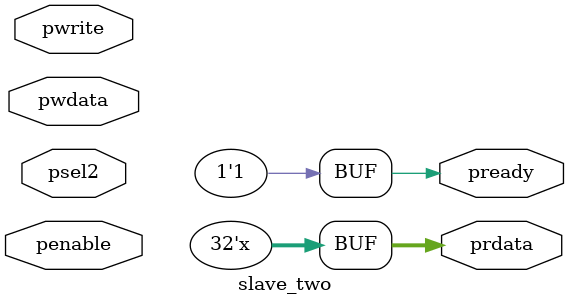
<source format=v>
module slave_one(input psel1,penable,pwrite,input[31:0]pwdata,output reg pready,output reg[31:0]prdata);
reg[31:0]data1;
always@(*)begin
pready = 1'b1;
if(psel1 && penable)begin
 if(pwrite)
   data1  = pwdata;
 else
   prdata = data1;
end
end
endmodule

module slave_two(input psel2,penable,pwrite,input[31:0]pwdata,output reg pready,output reg[31:0]prdata);
reg[31:0]data2;
always@(*)begin
pready = 1'b1;
if(psel2 && penable)begin
 if(pwrite)
   data2  = pwdata;
 else
   prdata = data2;
end
end
endmodule

</source>
